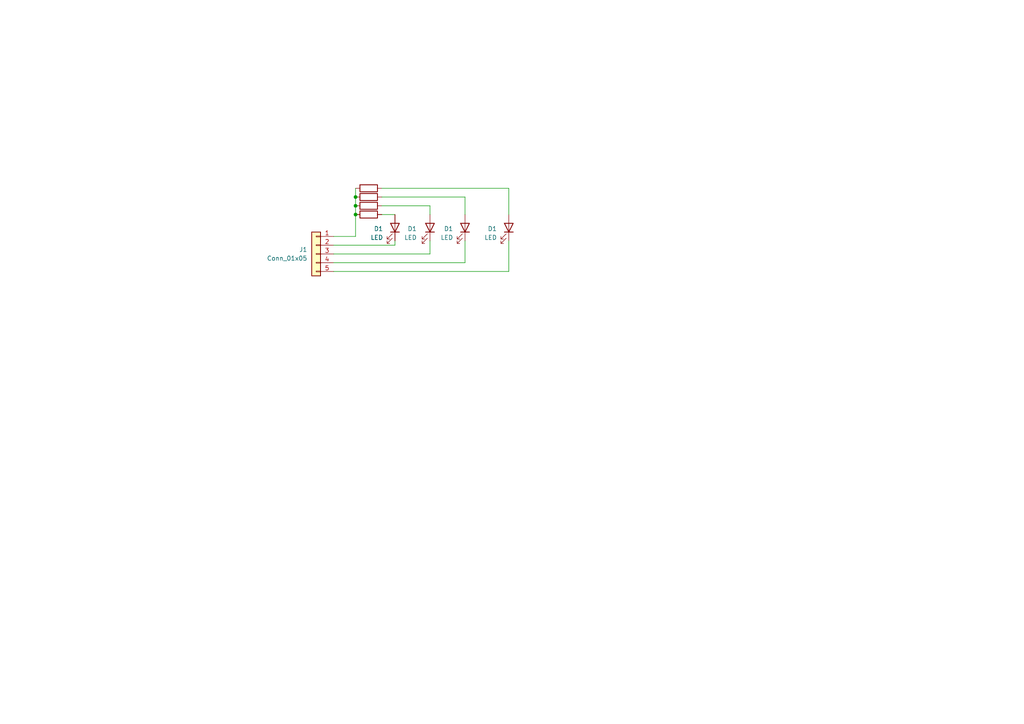
<source format=kicad_sch>
(kicad_sch (version 20230121) (generator eeschema)
  (paper "A4")
  (lib_symbols
    (symbol "Connector_Generic:Conn_01x05" (pin_names (offset 1.016) hide)
      (property "Reference" "J" (at 0 7.62 0))
      (property "Value" "Conn_01x05" (at 0 -7.62 0))
      (symbol "Conn_01x05_1_1"
        (rectangle (start -1.27 -4.953) (end 0 -5.207) (stroke (width 0.1524)))
        (rectangle (start -1.27 -2.413) (end 0 -2.667) (stroke (width 0.1524)))
        (rectangle (start -1.27 0.127) (end 0 -0.127) (stroke (width 0.1524)))
        (rectangle (start -1.27 2.667) (end 0 2.413) (stroke (width 0.1524)))
        (rectangle (start -1.27 5.207) (end 0 4.953) (stroke (width 0.1524)))
        (rectangle (start -1.27 6.35) (end 1.27 -6.35) (stroke (width 0.254)) (fill (type background)))
        (pin passive line (at -5.08 5.08 0) (length 3.81) (name "Pin_1") (number "1"))
        (pin passive line (at -5.08 2.54 0) (length 3.81) (name "Pin_2") (number "2"))
        (pin passive line (at -5.08 0 0) (length 3.81) (name "Pin_3") (number "3"))
        (pin passive line (at -5.08 -2.54 0) (length 3.81) (name "Pin_4") (number "4"))
        (pin passive line (at -5.08 -5.08 0) (length 3.81) (name "Pin_5") (number "5"))
      )
    )
    (symbol "Device:LED" (pin_numbers hide) (pin_names (offset 1.016) hide)
      (property "Reference" "D" (at 0 2.54 0))
      (property "Value" "LED" (at 0 -2.54 0))
      (symbol "LED_0_1"
        (polyline (pts (xy -1.27 -1.27) (xy -1.27 1.27)) (stroke (width 0.254)))
        (polyline (pts (xy -1.27 0) (xy 1.27 0)))
        (polyline (pts (xy 1.27 -1.27) (xy 1.27 1.27) (xy -1.27 0) (xy 1.27 -1.27)) (stroke (width 0.254)))
        (polyline (pts (xy -3.048 -0.762) (xy -4.572 -2.286) (xy -3.81 -2.286) (xy -4.572 -2.286) (xy -4.572 -1.524)))
        (polyline (pts (xy -1.778 -0.762) (xy -3.302 -2.286) (xy -2.54 -2.286) (xy -3.302 -2.286) (xy -3.302 -1.524)))
      )
      (symbol "LED_1_1"
        (pin passive line (at -3.81 0 0) (length 2.54) (name "K") (number "1"))
        (pin passive line (at 3.81 0 180) (length 2.54) (name "A") (number "2"))
      )
    )
    (symbol "Device:R" (pin_numbers hide) (pin_names (offset 0))
      (property "Reference" "R" (at 2.032 0 90))
      (property "Value" "R" (at 0 0 90))
      (symbol "R_0_1"
        (rectangle (start -1.016 -2.54) (end 1.016 2.54) (stroke (width 0.254)))
      )
      (symbol "R_1_1"
        (pin passive line (at 0 3.81 270) (length 1.27) (name "~") (number "1"))
        (pin passive line (at 0 -3.81 90) (length 1.27) (name "~") (number "2"))
      )
    )
  )
  (junction (at 103.124 59.69))
  (junction (at 103.124 62.23))
  (junction (at 103.124 57.15))
  (wire (pts (xy 147.574 78.74) (xy 96.774 78.74)))
  (wire (pts (xy 134.874 69.85) (xy 134.874 76.2)))
  (wire (pts (xy 103.124 59.69) (xy 103.124 62.23)))
  (wire (pts (xy 124.714 59.69) (xy 124.714 62.23)))
  (wire (pts (xy 134.874 76.2) (xy 96.774 76.2)))
  (wire (pts (xy 114.554 62.23) (xy 110.744 62.23)))
  (wire (pts (xy 134.874 57.15) (xy 134.874 62.23)))
  (wire (pts (xy 114.554 71.12) (xy 96.774 71.12)))
  (wire (pts (xy 103.124 54.61) (xy 103.124 57.15)))
  (wire (pts (xy 103.124 68.58) (xy 103.124 62.23)))
  (wire (pts (xy 110.744 59.69) (xy 124.714 59.69)))
  (wire (pts (xy 110.744 54.61) (xy 147.574 54.61)))
  (wire (pts (xy 96.774 68.58) (xy 103.124 68.58)))
  (wire (pts (xy 147.574 69.85) (xy 147.574 78.74)))
  (wire (pts (xy 124.714 69.85) (xy 124.714 73.66)))
  (wire (pts (xy 110.744 57.15) (xy 134.874 57.15)))
  (wire (pts (xy 124.714 73.66) (xy 96.774 73.66)))
  (wire (pts (xy 147.574 54.61) (xy 147.574 62.23)))
  (wire (pts (xy 103.124 57.15) (xy 103.124 59.69)))
  (wire (pts (xy 114.554 71.12) (xy 114.554 69.85)))
  (symbol (lib_id "Device:LED") (at 147.574 66.04 270) (mirror x) (unit 1)
    (property "Reference" "D1" (at 144.145 66.3575 90) (effects (justify right)))
    (property "Value" "LED" (at 144.145 68.8975 90) (effects (justify right)))
    (property "Footprint" "custom_kicad_lib_sk:02_solderpad_2.54" (effects hide))
    (instances (project "signal PCB" (path "" (reference "D1") (unit 1)) (path "" (reference "D3") (unit 1)) (path "" (reference "D304") (unit 1))))
  )
  (symbol (lib_id "Device:R") (at 106.934 54.61 270) (mirror x) (unit 1)
    (property "Reference" "R1" (effects hide))
    (property "Value" "R" (effects hide))
    (property "Footprint" "Resistor_SMD:R_0805_2012Metric_Pad1.20x1.40mm_HandSolder" (effects hide))
    (instances (project "signal PCB" (path "" (reference "R1") (unit 1)) (path "" (reference "R301") (unit 1))))
  )
  (symbol (lib_id "Device:R") (at 106.934 59.69 270) (mirror x) (unit 1)
    (property "Reference" "R1" (effects hide))
    (property "Value" "R" (effects hide))
    (property "Footprint" "Resistor_SMD:R_0805_2012Metric_Pad1.20x1.40mm_HandSolder" (effects hide))
    (instances (project "signal PCB" (path "" (reference "R1") (unit 1)) (path "" (reference "R303") (unit 1))))
  )
  (symbol (lib_id "Device:R") (at 106.934 62.23 270) (mirror x) (unit 1)
    (property "Reference" "R1" (effects hide))
    (property "Value" "R" (effects hide))
    (property "Footprint" "Resistor_SMD:R_0805_2012Metric_Pad1.20x1.40mm_HandSolder" (effects hide))
    (instances (project "signal PCB" (path "" (reference "R1") (unit 1)) (path "" (reference "R304") (unit 1))))
  )
  (symbol (lib_id "Device:LED") (at 124.714 66.04 270) (mirror x) (unit 1)
    (property "Reference" "D1" (at 120.904 66.3575 90) (effects (justify right)))
    (property "Value" "LED" (at 120.904 68.8975 90) (effects (justify right)))
    (property "Footprint" "custom_kicad_lib_sk:LED_NO_SILK" (effects hide))
    (instances (project "signal PCB" (path "" (reference "D1") (unit 1)) (path "" (reference "D2") (unit 1)) (path "" (reference "D302") (unit 1))))
  )
  (symbol (lib_id "Device:R") (at 106.934 57.15 270) (mirror x) (unit 1)
    (property "Reference" "R1" (effects hide))
    (property "Value" "R" (effects hide))
    (property "Footprint" "Resistor_SMD:R_0805_2012Metric_Pad1.20x1.40mm_HandSolder" (effects hide))
    (instances (project "signal PCB" (path "" (reference "R1") (unit 1)) (path "" (reference "R302") (unit 1))))
  )
  (symbol (lib_id "Connector_Generic:Conn_01x05") (at 91.694 73.66 0) (mirror y) (unit 1)
    (property "Reference" "J1" (at 89.154 72.39 0) (effects (justify left)))
    (property "Value" "Conn_01x05" (at 89.154 74.93 0) (effects (justify left)))
    (property "Footprint" "custom_kicad_lib_sk:05_solderpad_2.54" (effects hide))
    (instances (project "signal PCB" (path "" (reference "J1") (unit 1)) (path "" (reference "J301") (unit 1))))
  )
  (symbol (lib_id "Device:LED") (at 114.554 66.04 270) (mirror x) (unit 1)
    (property "Reference" "D1" (at 111.125 66.3575 90) (effects (justify right)))
    (property "Value" "LED" (at 111.125 68.8975 90) (effects (justify right)))
    (property "Footprint" "custom_kicad_lib_sk:LED_NO_SILK" (effects hide))
    (instances (project "signal PCB" (path "" (reference "D1") (unit 1)) (path "" (reference "D1") (unit 1)) (path "" (reference "D301") (unit 1))))
  )
  (symbol (lib_id "Device:LED") (at 134.874 66.04 270) (mirror x) (unit 1)
    (property "Reference" "D1" (at 131.445 66.3575 90) (effects (justify right)))
    (property "Value" "LED" (at 131.445 68.8975 90) (effects (justify right)))
    (property "Footprint" "custom_kicad_lib_sk:LED_NO_SILK" (effects hide))
    (instances (project "signal PCB" (path "" (reference "D1") (unit 1)) (path "" (reference "D3") (unit 1)) (path "" (reference "D303") (unit 1))))
  )
)
</source>
